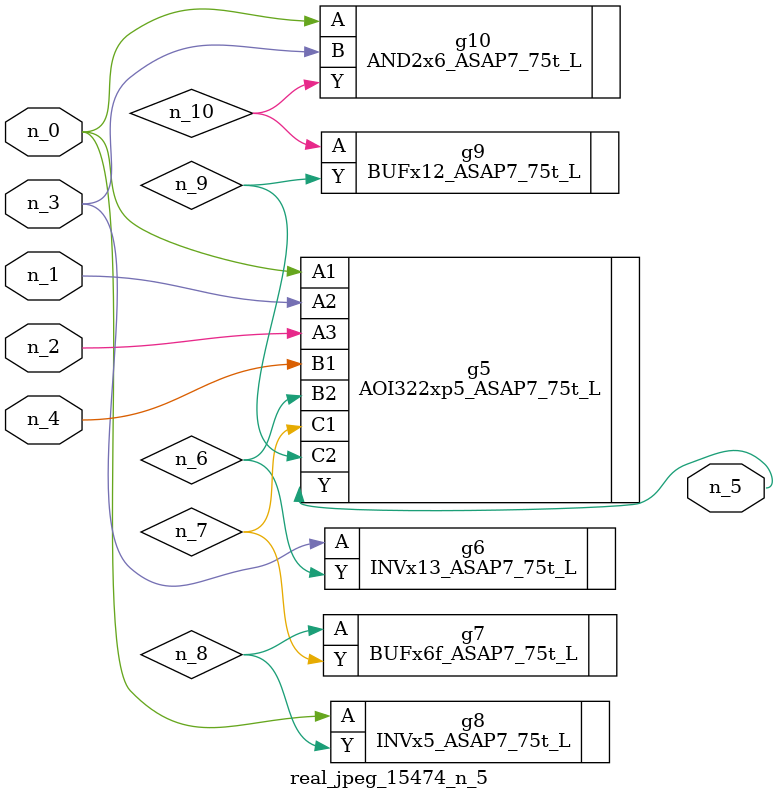
<source format=v>
module real_jpeg_15474_n_5 (n_4, n_0, n_1, n_2, n_3, n_5);

input n_4;
input n_0;
input n_1;
input n_2;
input n_3;

output n_5;

wire n_8;
wire n_6;
wire n_7;
wire n_10;
wire n_9;

AOI322xp5_ASAP7_75t_L g5 ( 
.A1(n_0),
.A2(n_1),
.A3(n_2),
.B1(n_4),
.B2(n_6),
.C1(n_7),
.C2(n_9),
.Y(n_5)
);

INVx5_ASAP7_75t_L g8 ( 
.A(n_0),
.Y(n_8)
);

AND2x6_ASAP7_75t_L g10 ( 
.A(n_0),
.B(n_3),
.Y(n_10)
);

INVx13_ASAP7_75t_L g6 ( 
.A(n_3),
.Y(n_6)
);

BUFx6f_ASAP7_75t_L g7 ( 
.A(n_8),
.Y(n_7)
);

BUFx12_ASAP7_75t_L g9 ( 
.A(n_10),
.Y(n_9)
);


endmodule
</source>
